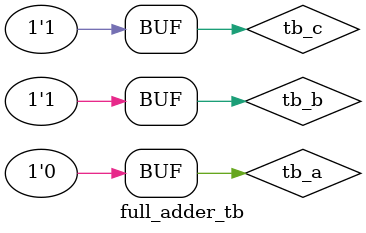
<source format=v>
 `include "HALF_ADDER.v"
 `include "OR_GATE.v"
  module full_adder(a,b,c,sum,carry);
     input a,b,c;
     output sum,carry;

     //internal signols
     wire w1,w2,w3;

     //instantiation
     HALF_ADDER HA1(.a(a),
                   .b(b),
                   .sum(w1),
                   .carry(w2)
                   );
     HALF_ADDER BA2(.a(w1),
                   .b(c),
                   .sum(sum),
                   .carry(w3)
                   );
     OR_GATE OG(.a(w2),
                .b(w3),
                .y(carry)
                );
   endmodule

   //test bench
   `include "HALF_ADDER.v"
    `include "OR_GATE.v"

   module full_adder_tb();
       reg tb_a,tb_b,tb_c;
       wire tb_sum,tb_carry;

       //instantiation
       full_adder SA(.a(tb_a),
                     .b(tb_b),
                     .c(tb_c),
                     .sum(tb_sum),
                     .carry(tb_carry)
                     );
       initial begin
           tb_a=0; tb_b=0; tb_c=0; #10;
           tb_a=0; tb_b=0; tb_c=1; #10;
           tb_a=0; tb_b=1; tb_c=0; #10;
           tb_a=0; tb_b=1; tb_c=1; #10;
       end
       initial
          $monitor("tb_a=%b tb_b=%b tb_c=%b tb_sum=%b tb_carry=%b Time=%t",tb_a,tb_b,tb_c,tb_sum,tb_carry,$time);
 endmodule
          

</source>
